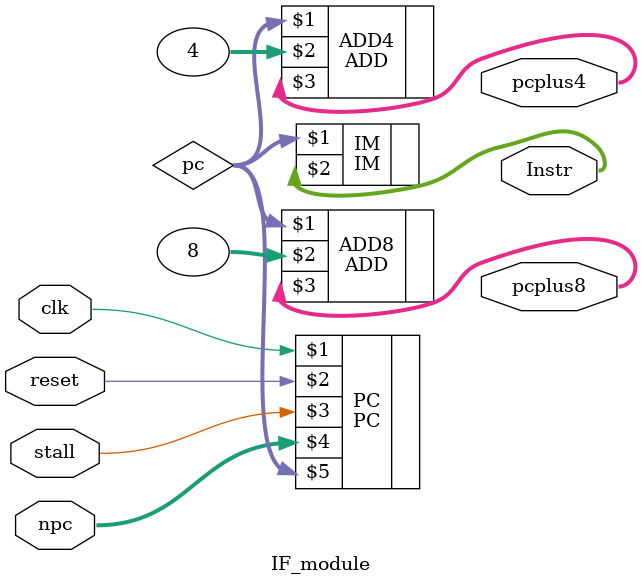
<source format=v>
`timescale 1ns / 1ps
module IF_module(
    input clk,
	 input reset,
	 input stall,
    input[31:0] npc,
    output[31:0] Instr,
    output[31:0] pcplus4,
    output[31:0] pcplus8
    );

    wire[31:0] pc;
	 PC PC(clk,reset,stall,npc,pc);
	 IM IM(pc,Instr);
	 ADD ADD4(pc,32'b100,pcplus4);
	 ADD ADD8(pc,32'b1000,pcplus8);
endmodule

</source>
